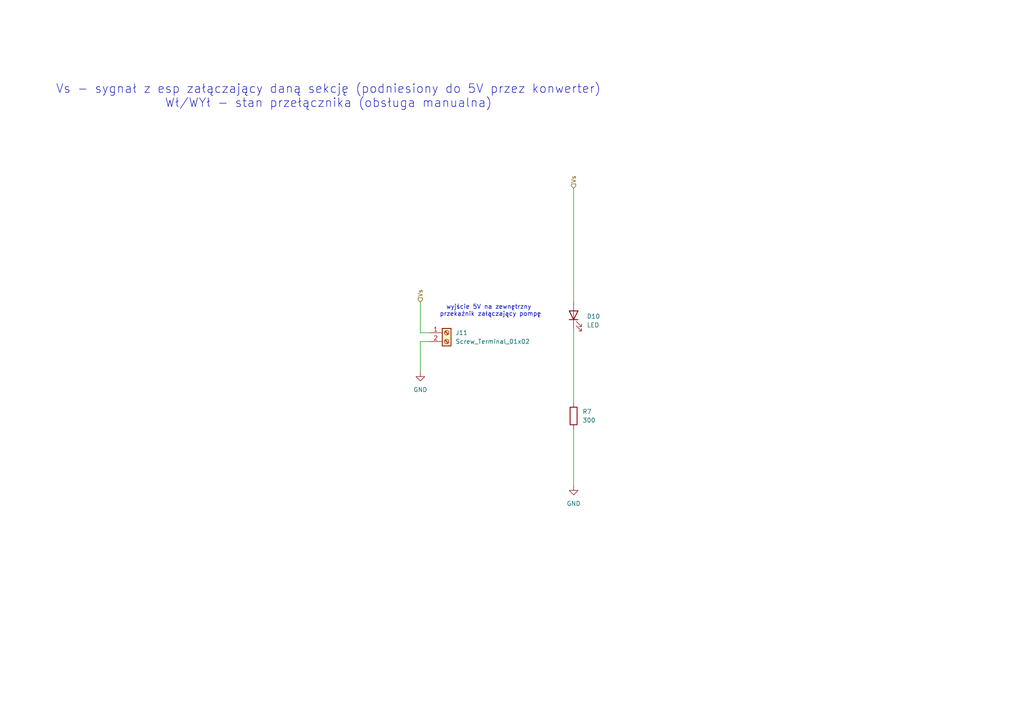
<source format=kicad_sch>
(kicad_sch (version 20250114) (generator "eeschema") (generator_version "9.0")
  (paper "A4")
  (title_block (title "Sterownik podlewania V1.1") (date "2025-10-09") (comment 1 "Praca inżynierska ") (comment 2 "Filip Gajewski"))
  (lib_symbols
    (symbol "Connector:Screw_Terminal_01x02" (pin_names (offset 1.016) (hide yes))
      (property "Reference" "J" (at 0 2.54 0))
      (property "Value" "Screw_Terminal_01x02" (at 0 -5.08 0))
      (symbol "Screw_Terminal_01x02_1_1"
        (rectangle (start -1.27 1.27) (end 1.27 -3.81) (stroke (width 0.254)) (fill (type background)))
        (polyline (pts (xy -0.5334 0.3302) (xy 0.3302 -0.508)) (stroke (width 0.1524)))
        (polyline (pts (xy -0.5334 -2.2098) (xy 0.3302 -3.048)) (stroke (width 0.1524)))
        (polyline (pts (xy -0.3556 0.508) (xy 0.508 -0.3302)) (stroke (width 0.1524)))
        (polyline (pts (xy -0.3556 -2.032) (xy 0.508 -2.8702)) (stroke (width 0.1524)))
        (circle (center 0 0) (radius 0.635) (stroke (width 0.1524)))
        (circle (center 0 -2.54) (radius 0.635) (stroke (width 0.1524)))
        (pin passive line (at -5.08 0 0) (length 3.81) (name "Pin_1") (number "1"))
        (pin passive line (at -5.08 -2.54 0) (length 3.81) (name "Pin_2") (number "2"))
      )
    )
    (symbol "Device:LED" (pin_numbers (hide yes)) (pin_names (offset 1.016) (hide yes))
      (property "Reference" "D" (at 0 2.54 0))
      (property "Value" "LED" (at 0 -2.54 0))
      (symbol "LED_0_1"
        (polyline (pts (xy -3.048 -0.762) (xy -4.572 -2.286) (xy -3.81 -2.286) (xy -4.572 -2.286) (xy -4.572 -1.524)))
        (polyline (pts (xy -1.778 -0.762) (xy -3.302 -2.286) (xy -2.54 -2.286) (xy -3.302 -2.286) (xy -3.302 -1.524)))
        (polyline (pts (xy -1.27 0) (xy 1.27 0)))
        (polyline (pts (xy -1.27 -1.27) (xy -1.27 1.27)) (stroke (width 0.254)))
        (polyline (pts (xy 1.27 -1.27) (xy 1.27 1.27) (xy -1.27 0) (xy 1.27 -1.27)) (stroke (width 0.254)))
      )
      (symbol "LED_1_1"
        (pin passive line (at -3.81 0 0) (length 2.54) (name "K") (number "1"))
        (pin passive line (at 3.81 0 180) (length 2.54) (name "A") (number "2"))
      )
    )
    (symbol "Device:R" (pin_numbers (hide yes)) (pin_names (offset 0))
      (property "Reference" "R" (at 2.032 0 90))
      (property "Value" "R" (at 0 0 90))
      (symbol "R_0_1"
        (rectangle (start -1.016 -2.54) (end 1.016 2.54) (stroke (width 0.254)))
      )
      (symbol "R_1_1"
        (pin passive line (at 0 3.81 270) (length 1.27) (name "~") (number "1"))
        (pin passive line (at 0 -3.81 90) (length 1.27) (name "~") (number "2"))
      )
    )
    (symbol "power:GND" (power) (pin_numbers (hide yes)) (pin_names (offset 0) (hide yes))
      (property "Value" "GND" (at 0 -3.81 0))
      (symbol "GND_0_1"
        (polyline (pts (xy 0 0) (xy 0 -1.27) (xy 1.27 -1.27) (xy 0 -2.54) (xy -1.27 -1.27) (xy 0 -1.27)))
      )
      (symbol "GND_1_1"
        (pin power_in line (at 0 0 270) (length 0) (name "~") (number "1"))
      )
    )
  )
  (text "wyjście 5V na zewnętrzny \nprzekaźnik załączający pompę" (at 142.24 90.17 0) (effects (font (size 1.27 1.27))))
  (text "Vs - sygnał z esp załączający daną sekcję (podniesiony do 5V przez konwerter)\nWł/WYł - stan przełącznika (obsługa manualna)\n" (at 95.25 27.94 0) (effects (font (size 2.54 2.54))))
  (wire (pts (xy 166.37 95.25) (xy 166.37 116.84)))
  (wire (pts (xy 124.46 96.52) (xy 121.92 96.52)))
  (wire (pts (xy 166.37 54.61) (xy 166.37 87.63)))
  (wire (pts (xy 121.92 99.06) (xy 124.46 99.06)))
  (wire (pts (xy 166.37 124.46) (xy 166.37 140.97)))
  (wire (pts (xy 121.92 87.63) (xy 121.92 96.52)))
  (wire (pts (xy 121.92 107.95) (xy 121.92 99.06)))
  (hierarchical_label "Vs" (shape input) (at 166.37 54.61 90))
  (hierarchical_label "Vs" (shape input) (at 121.92 87.63 90))
  (symbol (lib_id "power:GND") (at 121.92 107.95 0) (unit 1)
    (property "Reference" "#PWR060" (effects (hide yes)))
    (property "Value" "GND" (at 121.92 113.03 0))
    (property "Description" "Power symbol creates a global label with name \"GND\" , ground" (effects (hide yes)))
  )
  (symbol (lib_id "Device:R") (at 166.37 120.65 0) (unit 1)
    (property "Reference" "R7" (at 168.91 119.3799 0) (effects (justify left)))
    (property "Value" "300" (at 168.91 121.9199 0) (effects (justify left)))
    (property "Footprint" "Resistor_SMD:R_1206_3216Metric" (effects (hide yes)))
    (property "Description" "Resistor" (effects (hide yes)))
  )
  (symbol (lib_id "Connector:Screw_Terminal_01x02") (at 129.54 96.52 0) (unit 1)
    (property "Reference" "J11" (at 132.08 96.5199 0) (effects (justify left)))
    (property "Value" "Screw_Terminal_01x02" (at 132.08 99.0599 0) (effects (justify left)))
    (property "Footprint" "TerminalBlock:TerminalBlock_MaiXu_MX126-5.0-02P_1x02_P5.00mm" (effects (hide yes)))
    (property "Description" "Generic screw terminal, single row, 01x02, script generated (kicad-library-utils/schlib/autogen/connector/)" (effects (hide yes)))
  )
  (symbol (lib_id "power:GND") (at 166.37 140.97 0) (unit 1)
    (property "Reference" "#PWR061" (effects (hide yes)))
    (property "Value" "GND" (at 166.37 146.05 0))
    (property "Description" "Power symbol creates a global label with name \"GND\" , ground" (effects (hide yes)))
  )
  (symbol (lib_id "Device:LED") (at 166.37 91.44 90) (unit 1)
    (property "Reference" "D10" (at 170.18 91.7574 90) (effects (justify right)))
    (property "Value" "LED" (at 170.18 94.2974 90) (effects (justify right)))
    (property "Footprint" "LED_SMD:LED_1206_3216Metric" (effects (hide yes)))
    (property "Description" "Light emitting diode" (effects (hide yes)))
    (property "Sim.Pins" "1=K 2=A" (effects (hide yes)))
  )
)
</source>
